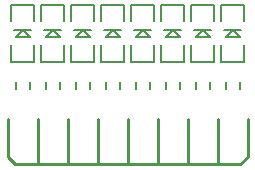
<source format=gto>
G75*
G70*
%OFA0B0*%
%FSLAX24Y24*%
%IPPOS*%
%LPD*%
%AMOC8*
5,1,8,0,0,1.08239X$1,22.5*
%
%ADD10C,0.0100*%
%ADD11C,0.0080*%
%ADD12C,0.0060*%
D10*
X000431Y000300D02*
X000181Y000550D01*
X000181Y001800D01*
X001181Y001800D02*
X001181Y000300D01*
X002181Y000300D01*
X003181Y000300D01*
X004181Y000300D01*
X005181Y000300D01*
X006181Y000300D01*
X007181Y000300D01*
X007931Y000300D01*
X008181Y000550D01*
X008181Y001800D01*
X007181Y001800D02*
X007181Y000300D01*
X006181Y000300D02*
X006181Y001800D01*
X005181Y001800D02*
X005181Y000300D01*
X004181Y000300D02*
X004181Y001800D01*
X003181Y001800D02*
X003181Y000300D01*
X002181Y000300D02*
X002181Y001800D01*
X001181Y000300D02*
X000431Y000300D01*
D11*
X000288Y003731D02*
X001075Y003731D01*
X001075Y004282D01*
X001288Y004282D02*
X001288Y003731D01*
X002075Y003731D01*
X002075Y004282D01*
X002288Y004282D02*
X002288Y003731D01*
X003075Y003731D01*
X003075Y004282D01*
X003288Y004282D02*
X003288Y003731D01*
X004075Y003731D01*
X004075Y004282D01*
X004288Y004282D02*
X004288Y003731D01*
X005075Y003731D01*
X005075Y004282D01*
X005288Y004282D02*
X005288Y003731D01*
X006075Y003731D01*
X006075Y004282D01*
X006288Y004282D02*
X006288Y003731D01*
X007075Y003731D01*
X007075Y004282D01*
X007288Y004282D02*
X007288Y003731D01*
X008075Y003731D01*
X008075Y004282D01*
X007918Y004557D02*
X007681Y004794D01*
X007445Y004557D01*
X007918Y004557D01*
X007957Y004794D02*
X007681Y004794D01*
X007406Y004794D01*
X007288Y005069D02*
X007288Y005620D01*
X008075Y005620D01*
X008075Y005069D01*
X007075Y005069D02*
X007075Y005620D01*
X006288Y005620D01*
X006288Y005069D01*
X006075Y005069D02*
X006075Y005620D01*
X005288Y005620D01*
X005288Y005069D01*
X005075Y005069D02*
X005075Y005620D01*
X004288Y005620D01*
X004288Y005069D01*
X004075Y005069D02*
X004075Y005620D01*
X003288Y005620D01*
X003288Y005069D01*
X003075Y005069D02*
X003075Y005620D01*
X002288Y005620D01*
X002288Y005069D01*
X002075Y005069D02*
X002075Y005620D01*
X001288Y005620D01*
X001288Y005069D01*
X001075Y005069D02*
X001075Y005620D01*
X000288Y005620D01*
X000288Y005069D01*
X000406Y004794D02*
X000681Y004794D01*
X000918Y004557D01*
X000445Y004557D01*
X000681Y004794D01*
X000957Y004794D01*
X001406Y004794D02*
X001681Y004794D01*
X001918Y004557D01*
X001445Y004557D01*
X001681Y004794D01*
X001957Y004794D01*
X002406Y004794D02*
X002681Y004794D01*
X002918Y004557D01*
X002445Y004557D01*
X002681Y004794D01*
X002957Y004794D01*
X003406Y004794D02*
X003681Y004794D01*
X003918Y004557D01*
X003445Y004557D01*
X003681Y004794D01*
X003957Y004794D01*
X004406Y004794D02*
X004681Y004794D01*
X004918Y004557D01*
X004445Y004557D01*
X004681Y004794D01*
X004957Y004794D01*
X005406Y004794D02*
X005681Y004794D01*
X005918Y004557D01*
X005445Y004557D01*
X005681Y004794D01*
X005957Y004794D01*
X006406Y004794D02*
X006681Y004794D01*
X006918Y004557D01*
X006445Y004557D01*
X006681Y004794D01*
X006957Y004794D01*
X000288Y004282D02*
X000288Y003731D01*
D12*
X000445Y003044D02*
X000445Y002807D01*
X000918Y002807D02*
X000918Y003044D01*
X001445Y003044D02*
X001445Y002807D01*
X001918Y002807D02*
X001918Y003044D01*
X002445Y003044D02*
X002445Y002807D01*
X002918Y002807D02*
X002918Y003044D01*
X003445Y003044D02*
X003445Y002807D01*
X003918Y002807D02*
X003918Y003044D01*
X004445Y003044D02*
X004445Y002807D01*
X004918Y002807D02*
X004918Y003044D01*
X005445Y003044D02*
X005445Y002807D01*
X005918Y002807D02*
X005918Y003044D01*
X006445Y003044D02*
X006445Y002807D01*
X006918Y002807D02*
X006918Y003044D01*
X007445Y003044D02*
X007445Y002807D01*
X007918Y002807D02*
X007918Y003044D01*
M02*

</source>
